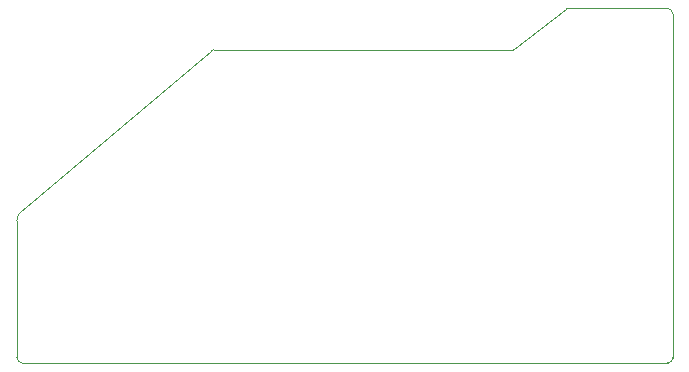
<source format=gko>
G04 #@! TF.GenerationSoftware,KiCad,Pcbnew,(5.1.0)-1*
G04 #@! TF.CreationDate,2019-06-02T21:22:59+02:00*
G04 #@! TF.ProjectId,ledpwmble,6c656470-776d-4626-9c65-2e6b69636164,rev?*
G04 #@! TF.SameCoordinates,Original*
G04 #@! TF.FileFunction,Profile,NP*
%FSLAX46Y46*%
G04 Gerber Fmt 4.6, Leading zero omitted, Abs format (unit mm)*
G04 Created by KiCad (PCBNEW (5.1.0)-1) date 2019-06-02 21:22:59*
%MOMM*%
%LPD*%
G04 APERTURE LIST*
%ADD10C,0.050000*%
G04 APERTURE END LIST*
D10*
X173950000Y-79043934D02*
G75*
G02X174056066Y-79000000I106066J-106066D01*
G01*
X169556066Y-82456066D02*
G75*
G02X169450000Y-82500000I-106066J106066D01*
G01*
X143923223Y-82573223D02*
G75*
G02X144100000Y-82500000I176777J-176777D01*
G01*
X143923223Y-82573223D02*
X127750001Y-96250001D01*
X182550000Y-79000000D02*
G75*
G02X183000000Y-79450000I0J-450000D01*
G01*
X183000000Y-108550000D02*
G75*
G02X182550000Y-109000000I-450000J0D01*
G01*
X127900000Y-109000000D02*
G75*
G02X127450000Y-108550000I0J450000D01*
G01*
X127439341Y-97000000D02*
G75*
G02X127750001Y-96250001I1060659J0D01*
G01*
X182550000Y-79000000D02*
X174056066Y-79000000D01*
X127439341Y-97000000D02*
X127450000Y-108550000D01*
X169450000Y-82500000D02*
X144100000Y-82500000D01*
X173950000Y-79043934D02*
X169556066Y-82456066D01*
X182550000Y-109000000D02*
X127900000Y-109000000D01*
X183000000Y-79450000D02*
X183000000Y-108550000D01*
M02*

</source>
